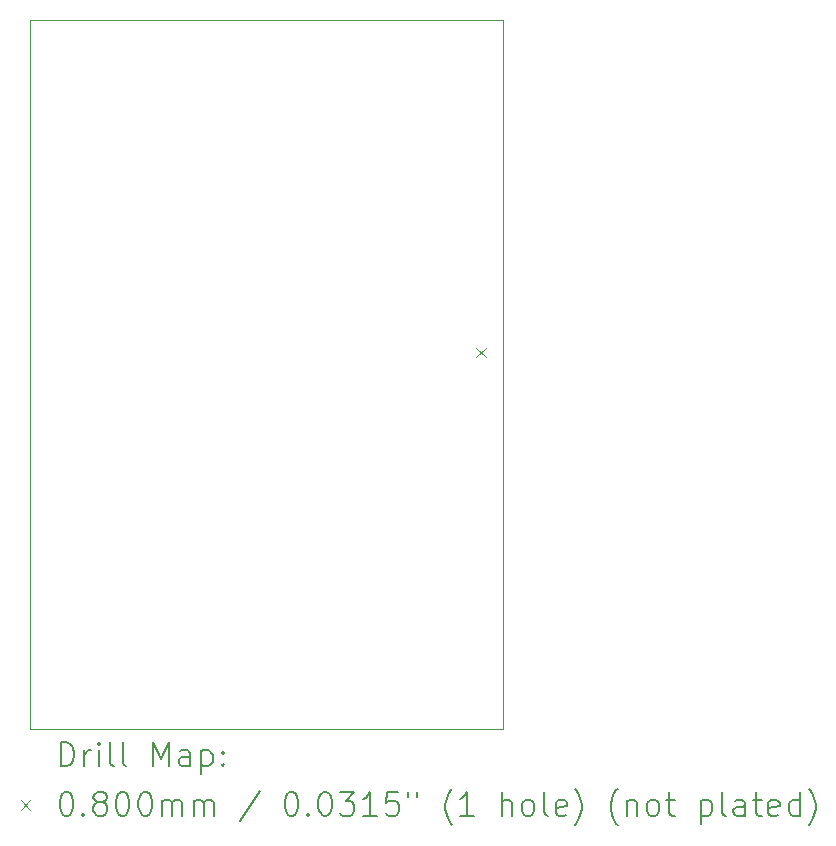
<source format=gbr>
%TF.GenerationSoftware,KiCad,Pcbnew,8.0.4*%
%TF.CreationDate,2024-12-03T14:34:08+01:00*%
%TF.ProjectId,V2,56322e6b-6963-4616-945f-706362585858,rev?*%
%TF.SameCoordinates,Original*%
%TF.FileFunction,Drillmap*%
%TF.FilePolarity,Positive*%
%FSLAX45Y45*%
G04 Gerber Fmt 4.5, Leading zero omitted, Abs format (unit mm)*
G04 Created by KiCad (PCBNEW 8.0.4) date 2024-12-03 14:34:08*
%MOMM*%
%LPD*%
G01*
G04 APERTURE LIST*
%ADD10C,0.050000*%
%ADD11C,0.200000*%
%ADD12C,0.100000*%
G04 APERTURE END LIST*
D10*
X16004000Y-4396000D02*
X16004000Y-10396000D01*
X16004000Y-10396000D02*
X20004000Y-10396000D01*
X20004000Y-10396000D02*
X20004000Y-4396000D01*
X16004000Y-4396000D02*
X20004000Y-4396000D01*
D11*
D12*
X19779000Y-7168000D02*
X19859000Y-7248000D01*
X19859000Y-7168000D02*
X19779000Y-7248000D01*
D11*
X16262277Y-10709984D02*
X16262277Y-10509984D01*
X16262277Y-10509984D02*
X16309896Y-10509984D01*
X16309896Y-10509984D02*
X16338467Y-10519508D01*
X16338467Y-10519508D02*
X16357515Y-10538555D01*
X16357515Y-10538555D02*
X16367039Y-10557603D01*
X16367039Y-10557603D02*
X16376562Y-10595698D01*
X16376562Y-10595698D02*
X16376562Y-10624270D01*
X16376562Y-10624270D02*
X16367039Y-10662365D01*
X16367039Y-10662365D02*
X16357515Y-10681412D01*
X16357515Y-10681412D02*
X16338467Y-10700460D01*
X16338467Y-10700460D02*
X16309896Y-10709984D01*
X16309896Y-10709984D02*
X16262277Y-10709984D01*
X16462277Y-10709984D02*
X16462277Y-10576650D01*
X16462277Y-10614746D02*
X16471801Y-10595698D01*
X16471801Y-10595698D02*
X16481324Y-10586174D01*
X16481324Y-10586174D02*
X16500372Y-10576650D01*
X16500372Y-10576650D02*
X16519420Y-10576650D01*
X16586086Y-10709984D02*
X16586086Y-10576650D01*
X16586086Y-10509984D02*
X16576562Y-10519508D01*
X16576562Y-10519508D02*
X16586086Y-10529031D01*
X16586086Y-10529031D02*
X16595610Y-10519508D01*
X16595610Y-10519508D02*
X16586086Y-10509984D01*
X16586086Y-10509984D02*
X16586086Y-10529031D01*
X16709896Y-10709984D02*
X16690848Y-10700460D01*
X16690848Y-10700460D02*
X16681324Y-10681412D01*
X16681324Y-10681412D02*
X16681324Y-10509984D01*
X16814658Y-10709984D02*
X16795610Y-10700460D01*
X16795610Y-10700460D02*
X16786086Y-10681412D01*
X16786086Y-10681412D02*
X16786086Y-10509984D01*
X17043229Y-10709984D02*
X17043229Y-10509984D01*
X17043229Y-10509984D02*
X17109896Y-10652841D01*
X17109896Y-10652841D02*
X17176563Y-10509984D01*
X17176563Y-10509984D02*
X17176563Y-10709984D01*
X17357515Y-10709984D02*
X17357515Y-10605222D01*
X17357515Y-10605222D02*
X17347991Y-10586174D01*
X17347991Y-10586174D02*
X17328944Y-10576650D01*
X17328944Y-10576650D02*
X17290848Y-10576650D01*
X17290848Y-10576650D02*
X17271801Y-10586174D01*
X17357515Y-10700460D02*
X17338467Y-10709984D01*
X17338467Y-10709984D02*
X17290848Y-10709984D01*
X17290848Y-10709984D02*
X17271801Y-10700460D01*
X17271801Y-10700460D02*
X17262277Y-10681412D01*
X17262277Y-10681412D02*
X17262277Y-10662365D01*
X17262277Y-10662365D02*
X17271801Y-10643317D01*
X17271801Y-10643317D02*
X17290848Y-10633793D01*
X17290848Y-10633793D02*
X17338467Y-10633793D01*
X17338467Y-10633793D02*
X17357515Y-10624270D01*
X17452753Y-10576650D02*
X17452753Y-10776650D01*
X17452753Y-10586174D02*
X17471801Y-10576650D01*
X17471801Y-10576650D02*
X17509896Y-10576650D01*
X17509896Y-10576650D02*
X17528944Y-10586174D01*
X17528944Y-10586174D02*
X17538467Y-10595698D01*
X17538467Y-10595698D02*
X17547991Y-10614746D01*
X17547991Y-10614746D02*
X17547991Y-10671889D01*
X17547991Y-10671889D02*
X17538467Y-10690936D01*
X17538467Y-10690936D02*
X17528944Y-10700460D01*
X17528944Y-10700460D02*
X17509896Y-10709984D01*
X17509896Y-10709984D02*
X17471801Y-10709984D01*
X17471801Y-10709984D02*
X17452753Y-10700460D01*
X17633705Y-10690936D02*
X17643229Y-10700460D01*
X17643229Y-10700460D02*
X17633705Y-10709984D01*
X17633705Y-10709984D02*
X17624182Y-10700460D01*
X17624182Y-10700460D02*
X17633705Y-10690936D01*
X17633705Y-10690936D02*
X17633705Y-10709984D01*
X17633705Y-10586174D02*
X17643229Y-10595698D01*
X17643229Y-10595698D02*
X17633705Y-10605222D01*
X17633705Y-10605222D02*
X17624182Y-10595698D01*
X17624182Y-10595698D02*
X17633705Y-10586174D01*
X17633705Y-10586174D02*
X17633705Y-10605222D01*
D12*
X15921500Y-10998500D02*
X16001500Y-11078500D01*
X16001500Y-10998500D02*
X15921500Y-11078500D01*
D11*
X16300372Y-10929984D02*
X16319420Y-10929984D01*
X16319420Y-10929984D02*
X16338467Y-10939508D01*
X16338467Y-10939508D02*
X16347991Y-10949031D01*
X16347991Y-10949031D02*
X16357515Y-10968079D01*
X16357515Y-10968079D02*
X16367039Y-11006174D01*
X16367039Y-11006174D02*
X16367039Y-11053793D01*
X16367039Y-11053793D02*
X16357515Y-11091889D01*
X16357515Y-11091889D02*
X16347991Y-11110936D01*
X16347991Y-11110936D02*
X16338467Y-11120460D01*
X16338467Y-11120460D02*
X16319420Y-11129984D01*
X16319420Y-11129984D02*
X16300372Y-11129984D01*
X16300372Y-11129984D02*
X16281324Y-11120460D01*
X16281324Y-11120460D02*
X16271801Y-11110936D01*
X16271801Y-11110936D02*
X16262277Y-11091889D01*
X16262277Y-11091889D02*
X16252753Y-11053793D01*
X16252753Y-11053793D02*
X16252753Y-11006174D01*
X16252753Y-11006174D02*
X16262277Y-10968079D01*
X16262277Y-10968079D02*
X16271801Y-10949031D01*
X16271801Y-10949031D02*
X16281324Y-10939508D01*
X16281324Y-10939508D02*
X16300372Y-10929984D01*
X16452753Y-11110936D02*
X16462277Y-11120460D01*
X16462277Y-11120460D02*
X16452753Y-11129984D01*
X16452753Y-11129984D02*
X16443229Y-11120460D01*
X16443229Y-11120460D02*
X16452753Y-11110936D01*
X16452753Y-11110936D02*
X16452753Y-11129984D01*
X16576562Y-11015698D02*
X16557515Y-11006174D01*
X16557515Y-11006174D02*
X16547991Y-10996650D01*
X16547991Y-10996650D02*
X16538467Y-10977603D01*
X16538467Y-10977603D02*
X16538467Y-10968079D01*
X16538467Y-10968079D02*
X16547991Y-10949031D01*
X16547991Y-10949031D02*
X16557515Y-10939508D01*
X16557515Y-10939508D02*
X16576562Y-10929984D01*
X16576562Y-10929984D02*
X16614658Y-10929984D01*
X16614658Y-10929984D02*
X16633705Y-10939508D01*
X16633705Y-10939508D02*
X16643229Y-10949031D01*
X16643229Y-10949031D02*
X16652753Y-10968079D01*
X16652753Y-10968079D02*
X16652753Y-10977603D01*
X16652753Y-10977603D02*
X16643229Y-10996650D01*
X16643229Y-10996650D02*
X16633705Y-11006174D01*
X16633705Y-11006174D02*
X16614658Y-11015698D01*
X16614658Y-11015698D02*
X16576562Y-11015698D01*
X16576562Y-11015698D02*
X16557515Y-11025222D01*
X16557515Y-11025222D02*
X16547991Y-11034746D01*
X16547991Y-11034746D02*
X16538467Y-11053793D01*
X16538467Y-11053793D02*
X16538467Y-11091889D01*
X16538467Y-11091889D02*
X16547991Y-11110936D01*
X16547991Y-11110936D02*
X16557515Y-11120460D01*
X16557515Y-11120460D02*
X16576562Y-11129984D01*
X16576562Y-11129984D02*
X16614658Y-11129984D01*
X16614658Y-11129984D02*
X16633705Y-11120460D01*
X16633705Y-11120460D02*
X16643229Y-11110936D01*
X16643229Y-11110936D02*
X16652753Y-11091889D01*
X16652753Y-11091889D02*
X16652753Y-11053793D01*
X16652753Y-11053793D02*
X16643229Y-11034746D01*
X16643229Y-11034746D02*
X16633705Y-11025222D01*
X16633705Y-11025222D02*
X16614658Y-11015698D01*
X16776562Y-10929984D02*
X16795610Y-10929984D01*
X16795610Y-10929984D02*
X16814658Y-10939508D01*
X16814658Y-10939508D02*
X16824182Y-10949031D01*
X16824182Y-10949031D02*
X16833705Y-10968079D01*
X16833705Y-10968079D02*
X16843229Y-11006174D01*
X16843229Y-11006174D02*
X16843229Y-11053793D01*
X16843229Y-11053793D02*
X16833705Y-11091889D01*
X16833705Y-11091889D02*
X16824182Y-11110936D01*
X16824182Y-11110936D02*
X16814658Y-11120460D01*
X16814658Y-11120460D02*
X16795610Y-11129984D01*
X16795610Y-11129984D02*
X16776562Y-11129984D01*
X16776562Y-11129984D02*
X16757515Y-11120460D01*
X16757515Y-11120460D02*
X16747991Y-11110936D01*
X16747991Y-11110936D02*
X16738467Y-11091889D01*
X16738467Y-11091889D02*
X16728943Y-11053793D01*
X16728943Y-11053793D02*
X16728943Y-11006174D01*
X16728943Y-11006174D02*
X16738467Y-10968079D01*
X16738467Y-10968079D02*
X16747991Y-10949031D01*
X16747991Y-10949031D02*
X16757515Y-10939508D01*
X16757515Y-10939508D02*
X16776562Y-10929984D01*
X16967039Y-10929984D02*
X16986086Y-10929984D01*
X16986086Y-10929984D02*
X17005134Y-10939508D01*
X17005134Y-10939508D02*
X17014658Y-10949031D01*
X17014658Y-10949031D02*
X17024182Y-10968079D01*
X17024182Y-10968079D02*
X17033705Y-11006174D01*
X17033705Y-11006174D02*
X17033705Y-11053793D01*
X17033705Y-11053793D02*
X17024182Y-11091889D01*
X17024182Y-11091889D02*
X17014658Y-11110936D01*
X17014658Y-11110936D02*
X17005134Y-11120460D01*
X17005134Y-11120460D02*
X16986086Y-11129984D01*
X16986086Y-11129984D02*
X16967039Y-11129984D01*
X16967039Y-11129984D02*
X16947991Y-11120460D01*
X16947991Y-11120460D02*
X16938467Y-11110936D01*
X16938467Y-11110936D02*
X16928944Y-11091889D01*
X16928944Y-11091889D02*
X16919420Y-11053793D01*
X16919420Y-11053793D02*
X16919420Y-11006174D01*
X16919420Y-11006174D02*
X16928944Y-10968079D01*
X16928944Y-10968079D02*
X16938467Y-10949031D01*
X16938467Y-10949031D02*
X16947991Y-10939508D01*
X16947991Y-10939508D02*
X16967039Y-10929984D01*
X17119420Y-11129984D02*
X17119420Y-10996650D01*
X17119420Y-11015698D02*
X17128944Y-11006174D01*
X17128944Y-11006174D02*
X17147991Y-10996650D01*
X17147991Y-10996650D02*
X17176563Y-10996650D01*
X17176563Y-10996650D02*
X17195610Y-11006174D01*
X17195610Y-11006174D02*
X17205134Y-11025222D01*
X17205134Y-11025222D02*
X17205134Y-11129984D01*
X17205134Y-11025222D02*
X17214658Y-11006174D01*
X17214658Y-11006174D02*
X17233705Y-10996650D01*
X17233705Y-10996650D02*
X17262277Y-10996650D01*
X17262277Y-10996650D02*
X17281325Y-11006174D01*
X17281325Y-11006174D02*
X17290848Y-11025222D01*
X17290848Y-11025222D02*
X17290848Y-11129984D01*
X17386086Y-11129984D02*
X17386086Y-10996650D01*
X17386086Y-11015698D02*
X17395610Y-11006174D01*
X17395610Y-11006174D02*
X17414658Y-10996650D01*
X17414658Y-10996650D02*
X17443229Y-10996650D01*
X17443229Y-10996650D02*
X17462277Y-11006174D01*
X17462277Y-11006174D02*
X17471801Y-11025222D01*
X17471801Y-11025222D02*
X17471801Y-11129984D01*
X17471801Y-11025222D02*
X17481325Y-11006174D01*
X17481325Y-11006174D02*
X17500372Y-10996650D01*
X17500372Y-10996650D02*
X17528944Y-10996650D01*
X17528944Y-10996650D02*
X17547991Y-11006174D01*
X17547991Y-11006174D02*
X17557515Y-11025222D01*
X17557515Y-11025222D02*
X17557515Y-11129984D01*
X17947991Y-10920460D02*
X17776563Y-11177603D01*
X18205134Y-10929984D02*
X18224182Y-10929984D01*
X18224182Y-10929984D02*
X18243229Y-10939508D01*
X18243229Y-10939508D02*
X18252753Y-10949031D01*
X18252753Y-10949031D02*
X18262277Y-10968079D01*
X18262277Y-10968079D02*
X18271801Y-11006174D01*
X18271801Y-11006174D02*
X18271801Y-11053793D01*
X18271801Y-11053793D02*
X18262277Y-11091889D01*
X18262277Y-11091889D02*
X18252753Y-11110936D01*
X18252753Y-11110936D02*
X18243229Y-11120460D01*
X18243229Y-11120460D02*
X18224182Y-11129984D01*
X18224182Y-11129984D02*
X18205134Y-11129984D01*
X18205134Y-11129984D02*
X18186087Y-11120460D01*
X18186087Y-11120460D02*
X18176563Y-11110936D01*
X18176563Y-11110936D02*
X18167039Y-11091889D01*
X18167039Y-11091889D02*
X18157515Y-11053793D01*
X18157515Y-11053793D02*
X18157515Y-11006174D01*
X18157515Y-11006174D02*
X18167039Y-10968079D01*
X18167039Y-10968079D02*
X18176563Y-10949031D01*
X18176563Y-10949031D02*
X18186087Y-10939508D01*
X18186087Y-10939508D02*
X18205134Y-10929984D01*
X18357515Y-11110936D02*
X18367039Y-11120460D01*
X18367039Y-11120460D02*
X18357515Y-11129984D01*
X18357515Y-11129984D02*
X18347991Y-11120460D01*
X18347991Y-11120460D02*
X18357515Y-11110936D01*
X18357515Y-11110936D02*
X18357515Y-11129984D01*
X18490848Y-10929984D02*
X18509896Y-10929984D01*
X18509896Y-10929984D02*
X18528944Y-10939508D01*
X18528944Y-10939508D02*
X18538468Y-10949031D01*
X18538468Y-10949031D02*
X18547991Y-10968079D01*
X18547991Y-10968079D02*
X18557515Y-11006174D01*
X18557515Y-11006174D02*
X18557515Y-11053793D01*
X18557515Y-11053793D02*
X18547991Y-11091889D01*
X18547991Y-11091889D02*
X18538468Y-11110936D01*
X18538468Y-11110936D02*
X18528944Y-11120460D01*
X18528944Y-11120460D02*
X18509896Y-11129984D01*
X18509896Y-11129984D02*
X18490848Y-11129984D01*
X18490848Y-11129984D02*
X18471801Y-11120460D01*
X18471801Y-11120460D02*
X18462277Y-11110936D01*
X18462277Y-11110936D02*
X18452753Y-11091889D01*
X18452753Y-11091889D02*
X18443229Y-11053793D01*
X18443229Y-11053793D02*
X18443229Y-11006174D01*
X18443229Y-11006174D02*
X18452753Y-10968079D01*
X18452753Y-10968079D02*
X18462277Y-10949031D01*
X18462277Y-10949031D02*
X18471801Y-10939508D01*
X18471801Y-10939508D02*
X18490848Y-10929984D01*
X18624182Y-10929984D02*
X18747991Y-10929984D01*
X18747991Y-10929984D02*
X18681325Y-11006174D01*
X18681325Y-11006174D02*
X18709896Y-11006174D01*
X18709896Y-11006174D02*
X18728944Y-11015698D01*
X18728944Y-11015698D02*
X18738468Y-11025222D01*
X18738468Y-11025222D02*
X18747991Y-11044270D01*
X18747991Y-11044270D02*
X18747991Y-11091889D01*
X18747991Y-11091889D02*
X18738468Y-11110936D01*
X18738468Y-11110936D02*
X18728944Y-11120460D01*
X18728944Y-11120460D02*
X18709896Y-11129984D01*
X18709896Y-11129984D02*
X18652753Y-11129984D01*
X18652753Y-11129984D02*
X18633706Y-11120460D01*
X18633706Y-11120460D02*
X18624182Y-11110936D01*
X18938468Y-11129984D02*
X18824182Y-11129984D01*
X18881325Y-11129984D02*
X18881325Y-10929984D01*
X18881325Y-10929984D02*
X18862277Y-10958555D01*
X18862277Y-10958555D02*
X18843229Y-10977603D01*
X18843229Y-10977603D02*
X18824182Y-10987127D01*
X19119420Y-10929984D02*
X19024182Y-10929984D01*
X19024182Y-10929984D02*
X19014658Y-11025222D01*
X19014658Y-11025222D02*
X19024182Y-11015698D01*
X19024182Y-11015698D02*
X19043229Y-11006174D01*
X19043229Y-11006174D02*
X19090849Y-11006174D01*
X19090849Y-11006174D02*
X19109896Y-11015698D01*
X19109896Y-11015698D02*
X19119420Y-11025222D01*
X19119420Y-11025222D02*
X19128944Y-11044270D01*
X19128944Y-11044270D02*
X19128944Y-11091889D01*
X19128944Y-11091889D02*
X19119420Y-11110936D01*
X19119420Y-11110936D02*
X19109896Y-11120460D01*
X19109896Y-11120460D02*
X19090849Y-11129984D01*
X19090849Y-11129984D02*
X19043229Y-11129984D01*
X19043229Y-11129984D02*
X19024182Y-11120460D01*
X19024182Y-11120460D02*
X19014658Y-11110936D01*
X19205134Y-10929984D02*
X19205134Y-10968079D01*
X19281325Y-10929984D02*
X19281325Y-10968079D01*
X19576563Y-11206174D02*
X19567039Y-11196650D01*
X19567039Y-11196650D02*
X19547991Y-11168079D01*
X19547991Y-11168079D02*
X19538468Y-11149031D01*
X19538468Y-11149031D02*
X19528944Y-11120460D01*
X19528944Y-11120460D02*
X19519420Y-11072841D01*
X19519420Y-11072841D02*
X19519420Y-11034746D01*
X19519420Y-11034746D02*
X19528944Y-10987127D01*
X19528944Y-10987127D02*
X19538468Y-10958555D01*
X19538468Y-10958555D02*
X19547991Y-10939508D01*
X19547991Y-10939508D02*
X19567039Y-10910936D01*
X19567039Y-10910936D02*
X19576563Y-10901412D01*
X19757515Y-11129984D02*
X19643230Y-11129984D01*
X19700372Y-11129984D02*
X19700372Y-10929984D01*
X19700372Y-10929984D02*
X19681325Y-10958555D01*
X19681325Y-10958555D02*
X19662277Y-10977603D01*
X19662277Y-10977603D02*
X19643230Y-10987127D01*
X19995611Y-11129984D02*
X19995611Y-10929984D01*
X20081325Y-11129984D02*
X20081325Y-11025222D01*
X20081325Y-11025222D02*
X20071801Y-11006174D01*
X20071801Y-11006174D02*
X20052753Y-10996650D01*
X20052753Y-10996650D02*
X20024182Y-10996650D01*
X20024182Y-10996650D02*
X20005134Y-11006174D01*
X20005134Y-11006174D02*
X19995611Y-11015698D01*
X20205134Y-11129984D02*
X20186087Y-11120460D01*
X20186087Y-11120460D02*
X20176563Y-11110936D01*
X20176563Y-11110936D02*
X20167039Y-11091889D01*
X20167039Y-11091889D02*
X20167039Y-11034746D01*
X20167039Y-11034746D02*
X20176563Y-11015698D01*
X20176563Y-11015698D02*
X20186087Y-11006174D01*
X20186087Y-11006174D02*
X20205134Y-10996650D01*
X20205134Y-10996650D02*
X20233706Y-10996650D01*
X20233706Y-10996650D02*
X20252753Y-11006174D01*
X20252753Y-11006174D02*
X20262277Y-11015698D01*
X20262277Y-11015698D02*
X20271801Y-11034746D01*
X20271801Y-11034746D02*
X20271801Y-11091889D01*
X20271801Y-11091889D02*
X20262277Y-11110936D01*
X20262277Y-11110936D02*
X20252753Y-11120460D01*
X20252753Y-11120460D02*
X20233706Y-11129984D01*
X20233706Y-11129984D02*
X20205134Y-11129984D01*
X20386087Y-11129984D02*
X20367039Y-11120460D01*
X20367039Y-11120460D02*
X20357515Y-11101412D01*
X20357515Y-11101412D02*
X20357515Y-10929984D01*
X20538468Y-11120460D02*
X20519420Y-11129984D01*
X20519420Y-11129984D02*
X20481325Y-11129984D01*
X20481325Y-11129984D02*
X20462277Y-11120460D01*
X20462277Y-11120460D02*
X20452753Y-11101412D01*
X20452753Y-11101412D02*
X20452753Y-11025222D01*
X20452753Y-11025222D02*
X20462277Y-11006174D01*
X20462277Y-11006174D02*
X20481325Y-10996650D01*
X20481325Y-10996650D02*
X20519420Y-10996650D01*
X20519420Y-10996650D02*
X20538468Y-11006174D01*
X20538468Y-11006174D02*
X20547992Y-11025222D01*
X20547992Y-11025222D02*
X20547992Y-11044270D01*
X20547992Y-11044270D02*
X20452753Y-11063317D01*
X20614658Y-11206174D02*
X20624182Y-11196650D01*
X20624182Y-11196650D02*
X20643230Y-11168079D01*
X20643230Y-11168079D02*
X20652753Y-11149031D01*
X20652753Y-11149031D02*
X20662277Y-11120460D01*
X20662277Y-11120460D02*
X20671801Y-11072841D01*
X20671801Y-11072841D02*
X20671801Y-11034746D01*
X20671801Y-11034746D02*
X20662277Y-10987127D01*
X20662277Y-10987127D02*
X20652753Y-10958555D01*
X20652753Y-10958555D02*
X20643230Y-10939508D01*
X20643230Y-10939508D02*
X20624182Y-10910936D01*
X20624182Y-10910936D02*
X20614658Y-10901412D01*
X20976563Y-11206174D02*
X20967039Y-11196650D01*
X20967039Y-11196650D02*
X20947992Y-11168079D01*
X20947992Y-11168079D02*
X20938468Y-11149031D01*
X20938468Y-11149031D02*
X20928944Y-11120460D01*
X20928944Y-11120460D02*
X20919420Y-11072841D01*
X20919420Y-11072841D02*
X20919420Y-11034746D01*
X20919420Y-11034746D02*
X20928944Y-10987127D01*
X20928944Y-10987127D02*
X20938468Y-10958555D01*
X20938468Y-10958555D02*
X20947992Y-10939508D01*
X20947992Y-10939508D02*
X20967039Y-10910936D01*
X20967039Y-10910936D02*
X20976563Y-10901412D01*
X21052753Y-10996650D02*
X21052753Y-11129984D01*
X21052753Y-11015698D02*
X21062277Y-11006174D01*
X21062277Y-11006174D02*
X21081325Y-10996650D01*
X21081325Y-10996650D02*
X21109896Y-10996650D01*
X21109896Y-10996650D02*
X21128944Y-11006174D01*
X21128944Y-11006174D02*
X21138468Y-11025222D01*
X21138468Y-11025222D02*
X21138468Y-11129984D01*
X21262277Y-11129984D02*
X21243230Y-11120460D01*
X21243230Y-11120460D02*
X21233706Y-11110936D01*
X21233706Y-11110936D02*
X21224182Y-11091889D01*
X21224182Y-11091889D02*
X21224182Y-11034746D01*
X21224182Y-11034746D02*
X21233706Y-11015698D01*
X21233706Y-11015698D02*
X21243230Y-11006174D01*
X21243230Y-11006174D02*
X21262277Y-10996650D01*
X21262277Y-10996650D02*
X21290849Y-10996650D01*
X21290849Y-10996650D02*
X21309896Y-11006174D01*
X21309896Y-11006174D02*
X21319420Y-11015698D01*
X21319420Y-11015698D02*
X21328944Y-11034746D01*
X21328944Y-11034746D02*
X21328944Y-11091889D01*
X21328944Y-11091889D02*
X21319420Y-11110936D01*
X21319420Y-11110936D02*
X21309896Y-11120460D01*
X21309896Y-11120460D02*
X21290849Y-11129984D01*
X21290849Y-11129984D02*
X21262277Y-11129984D01*
X21386087Y-10996650D02*
X21462277Y-10996650D01*
X21414658Y-10929984D02*
X21414658Y-11101412D01*
X21414658Y-11101412D02*
X21424182Y-11120460D01*
X21424182Y-11120460D02*
X21443230Y-11129984D01*
X21443230Y-11129984D02*
X21462277Y-11129984D01*
X21681325Y-10996650D02*
X21681325Y-11196650D01*
X21681325Y-11006174D02*
X21700373Y-10996650D01*
X21700373Y-10996650D02*
X21738468Y-10996650D01*
X21738468Y-10996650D02*
X21757515Y-11006174D01*
X21757515Y-11006174D02*
X21767039Y-11015698D01*
X21767039Y-11015698D02*
X21776563Y-11034746D01*
X21776563Y-11034746D02*
X21776563Y-11091889D01*
X21776563Y-11091889D02*
X21767039Y-11110936D01*
X21767039Y-11110936D02*
X21757515Y-11120460D01*
X21757515Y-11120460D02*
X21738468Y-11129984D01*
X21738468Y-11129984D02*
X21700373Y-11129984D01*
X21700373Y-11129984D02*
X21681325Y-11120460D01*
X21890849Y-11129984D02*
X21871801Y-11120460D01*
X21871801Y-11120460D02*
X21862277Y-11101412D01*
X21862277Y-11101412D02*
X21862277Y-10929984D01*
X22052754Y-11129984D02*
X22052754Y-11025222D01*
X22052754Y-11025222D02*
X22043230Y-11006174D01*
X22043230Y-11006174D02*
X22024182Y-10996650D01*
X22024182Y-10996650D02*
X21986087Y-10996650D01*
X21986087Y-10996650D02*
X21967039Y-11006174D01*
X22052754Y-11120460D02*
X22033706Y-11129984D01*
X22033706Y-11129984D02*
X21986087Y-11129984D01*
X21986087Y-11129984D02*
X21967039Y-11120460D01*
X21967039Y-11120460D02*
X21957515Y-11101412D01*
X21957515Y-11101412D02*
X21957515Y-11082365D01*
X21957515Y-11082365D02*
X21967039Y-11063317D01*
X21967039Y-11063317D02*
X21986087Y-11053793D01*
X21986087Y-11053793D02*
X22033706Y-11053793D01*
X22033706Y-11053793D02*
X22052754Y-11044270D01*
X22119420Y-10996650D02*
X22195611Y-10996650D01*
X22147992Y-10929984D02*
X22147992Y-11101412D01*
X22147992Y-11101412D02*
X22157515Y-11120460D01*
X22157515Y-11120460D02*
X22176563Y-11129984D01*
X22176563Y-11129984D02*
X22195611Y-11129984D01*
X22338468Y-11120460D02*
X22319420Y-11129984D01*
X22319420Y-11129984D02*
X22281325Y-11129984D01*
X22281325Y-11129984D02*
X22262277Y-11120460D01*
X22262277Y-11120460D02*
X22252754Y-11101412D01*
X22252754Y-11101412D02*
X22252754Y-11025222D01*
X22252754Y-11025222D02*
X22262277Y-11006174D01*
X22262277Y-11006174D02*
X22281325Y-10996650D01*
X22281325Y-10996650D02*
X22319420Y-10996650D01*
X22319420Y-10996650D02*
X22338468Y-11006174D01*
X22338468Y-11006174D02*
X22347992Y-11025222D01*
X22347992Y-11025222D02*
X22347992Y-11044270D01*
X22347992Y-11044270D02*
X22252754Y-11063317D01*
X22519420Y-11129984D02*
X22519420Y-10929984D01*
X22519420Y-11120460D02*
X22500373Y-11129984D01*
X22500373Y-11129984D02*
X22462277Y-11129984D01*
X22462277Y-11129984D02*
X22443230Y-11120460D01*
X22443230Y-11120460D02*
X22433706Y-11110936D01*
X22433706Y-11110936D02*
X22424182Y-11091889D01*
X22424182Y-11091889D02*
X22424182Y-11034746D01*
X22424182Y-11034746D02*
X22433706Y-11015698D01*
X22433706Y-11015698D02*
X22443230Y-11006174D01*
X22443230Y-11006174D02*
X22462277Y-10996650D01*
X22462277Y-10996650D02*
X22500373Y-10996650D01*
X22500373Y-10996650D02*
X22519420Y-11006174D01*
X22595611Y-11206174D02*
X22605134Y-11196650D01*
X22605134Y-11196650D02*
X22624182Y-11168079D01*
X22624182Y-11168079D02*
X22633706Y-11149031D01*
X22633706Y-11149031D02*
X22643230Y-11120460D01*
X22643230Y-11120460D02*
X22652753Y-11072841D01*
X22652753Y-11072841D02*
X22652753Y-11034746D01*
X22652753Y-11034746D02*
X22643230Y-10987127D01*
X22643230Y-10987127D02*
X22633706Y-10958555D01*
X22633706Y-10958555D02*
X22624182Y-10939508D01*
X22624182Y-10939508D02*
X22605134Y-10910936D01*
X22605134Y-10910936D02*
X22595611Y-10901412D01*
M02*

</source>
